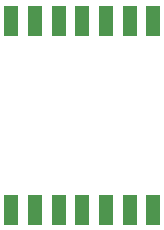
<source format=gbr>
G04 EAGLE Gerber RS-274X export*
G75*
%MOMM*%
%FSLAX34Y34*%
%LPD*%
%INSolderpaste Top*%
%IPPOS*%
%AMOC8*
5,1,8,0,0,1.08239X$1,22.5*%
G01*
%ADD10R,1.270000X2.540000*%


D10*
X534360Y457718D03*
X554360Y457718D03*
X574360Y457718D03*
X594360Y457718D03*
X614360Y457718D03*
X634360Y457718D03*
X654360Y457718D03*
X534360Y617718D03*
X554360Y617718D03*
X574360Y617718D03*
X594360Y617718D03*
X614360Y617718D03*
X634360Y617718D03*
X654360Y617718D03*
M02*

</source>
